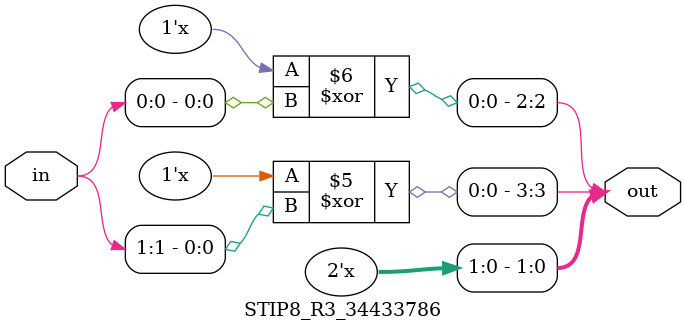
<source format=v>
module  STIP8_R3_34433786(in,out);
input[3:0] in;
output[3:0] out;
wire[3:0] out;
assign out[7]=in[6]^in[5];
assign out[6]=in[6]^in[4];
assign out[5]=in[6]^in[3];
assign out[4]=in[6]^in[2];
assign out[3]=in[6]^in[1];
assign out[2]=in[6]^in[0];
assign out[1]=in[6];
assign out[0]=in[7]^in[6];
endmodule

</source>
